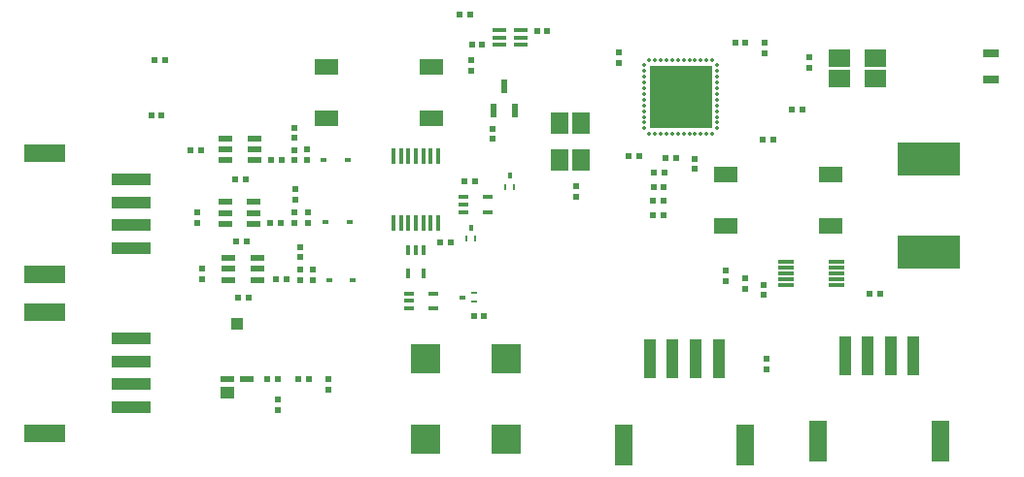
<source format=gbr>
%TF.GenerationSoftware,Altium Limited,Altium Designer,24.10.1 (45)*%
G04 Layer_Color=8421504*
%FSLAX45Y45*%
%MOMM*%
%TF.SameCoordinates,2EBBFB3B-01A8-4DF5-8D17-AA19E7DB42BB*%
%TF.FilePolarity,Positive*%
%TF.FileFunction,Paste,Top*%
%TF.Part,Single*%
G01*
G75*
%TA.AperFunction,SMDPad,CuDef*%
%ADD10R,2.10000X1.40000*%
%ADD11R,0.55000X0.55000*%
%ADD12R,1.00000X1.00000*%
%ADD13R,1.25000X0.50000*%
%ADD14R,1.25000X1.00000*%
%ADD15R,0.62000X0.62000*%
%ADD16R,0.62000X0.62000*%
%ADD17R,1.50000X3.60000*%
%ADD18R,1.00000X3.40000*%
%ADD19R,1.40000X0.30000*%
%ADD20R,5.50000X2.95000*%
%ADD21O,0.35000X0.50000*%
%ADD22O,0.50000X0.35000*%
%ADD23R,5.40000X5.40000*%
%ADD24R,1.20000X0.40000*%
%ADD25R,0.55000X0.55000*%
%ADD26R,0.60000X1.25000*%
%ADD27R,1.90000X1.50000*%
%ADD28R,1.50000X1.90000*%
%ADD29R,1.45000X0.75000*%
%ADD30R,2.50000X2.50000*%
%ADD31R,1.20000X0.60000*%
%ADD32R,0.60000X0.46000*%
%ADD33R,0.28000X0.50000*%
%ADD34R,0.36000X0.50000*%
%ADD35R,0.85000X0.40000*%
%ADD36R,0.45000X1.47500*%
%ADD37R,0.40000X0.85000*%
%ADD38R,0.50000X0.36000*%
%ADD39R,0.50000X0.28000*%
%ADD40R,3.60000X1.50000*%
%ADD41R,3.40000X1.00000*%
D10*
X9755002Y5335001D02*
D03*
X8845001D02*
D03*
X9755002Y4884999D02*
D03*
X8845001D02*
D03*
X5365003Y5825002D02*
D03*
X6275004D02*
D03*
X5365003Y6275004D02*
D03*
X6275004D02*
D03*
D11*
X5130002Y4609998D02*
D03*
Y4700001D02*
D03*
X9010000Y4425000D02*
D03*
Y4334998D02*
D03*
X9169999Y4369999D02*
D03*
Y4280002D02*
D03*
X8840003Y4489999D02*
D03*
Y4400001D02*
D03*
X8570001Y5379999D02*
D03*
Y5470002D02*
D03*
X9180000Y6479997D02*
D03*
Y6390000D02*
D03*
X9570002Y6265001D02*
D03*
Y6354999D02*
D03*
X7540000Y5139998D02*
D03*
Y5230000D02*
D03*
X6812885Y5732861D02*
D03*
Y5642859D02*
D03*
X5084542Y4908499D02*
D03*
Y4998502D02*
D03*
X5090002Y5115003D02*
D03*
Y5205000D02*
D03*
X5080803Y5455498D02*
D03*
Y5545501D02*
D03*
Y5651800D02*
D03*
Y5741802D02*
D03*
X5130002Y4500001D02*
D03*
Y4409999D02*
D03*
D12*
X4582500Y4025001D02*
D03*
D13*
X4494997Y3550001D02*
D03*
X4669998D02*
D03*
D14*
X4494997Y3424997D02*
D03*
D15*
X5240000Y4502003D02*
D03*
Y4409999D02*
D03*
X4940000Y3277997D02*
D03*
Y3370001D02*
D03*
X5379999Y3545997D02*
D03*
Y3453999D02*
D03*
X9200002Y3633998D02*
D03*
Y3726002D02*
D03*
X7910002Y6304001D02*
D03*
Y6395999D02*
D03*
X6622882Y6333861D02*
D03*
Y6241857D02*
D03*
X4232102Y5000498D02*
D03*
Y4908499D02*
D03*
X5204963Y5000498D02*
D03*
Y4908499D02*
D03*
X5195103Y5553400D02*
D03*
Y5461401D02*
D03*
X4280002Y4418000D02*
D03*
Y4509999D02*
D03*
D16*
X5114000Y3550001D02*
D03*
X5205999D02*
D03*
X4940000D02*
D03*
X4848001D02*
D03*
X10185999Y4289999D02*
D03*
X10094001D02*
D03*
X8410001Y5476276D02*
D03*
X8318002D02*
D03*
X9418001Y5900000D02*
D03*
X9510000D02*
D03*
X9164000Y5639999D02*
D03*
X9255999D02*
D03*
X8299999Y5100000D02*
D03*
X8208000D02*
D03*
X8299999Y4974575D02*
D03*
X8208000D02*
D03*
X8213999Y5350850D02*
D03*
X8305998D02*
D03*
X7997998Y5490002D02*
D03*
X8090002D02*
D03*
X6628882Y6463284D02*
D03*
X6720886D02*
D03*
X8212003Y5225425D02*
D03*
X8304002D02*
D03*
X4656902Y5291501D02*
D03*
X4564898D02*
D03*
X4663902Y4751974D02*
D03*
X4571898D02*
D03*
X4873112Y4908499D02*
D03*
X4965116D02*
D03*
X4877603Y5456601D02*
D03*
X4969601D02*
D03*
X4179900Y5541498D02*
D03*
X4271899D02*
D03*
X4589800Y4254698D02*
D03*
X4681799D02*
D03*
X5016800Y4419798D02*
D03*
X4924801D02*
D03*
D17*
X10710001Y2999999D02*
D03*
X9649998D02*
D03*
X9010000Y2970002D02*
D03*
X7950002D02*
D03*
D18*
X10479999Y3750000D02*
D03*
X10280000D02*
D03*
X10080000D02*
D03*
X9880001D02*
D03*
X8779998Y3720003D02*
D03*
X8579998D02*
D03*
X8379998D02*
D03*
X8179999D02*
D03*
D19*
X9369257Y4569998D02*
D03*
Y4520001D02*
D03*
Y4469999D02*
D03*
Y4420001D02*
D03*
Y4369999D02*
D03*
X9809256D02*
D03*
Y4420001D02*
D03*
Y4469999D02*
D03*
Y4520001D02*
D03*
Y4569998D02*
D03*
D20*
X10610002Y5464998D02*
D03*
Y4655002D02*
D03*
D21*
X8175000Y5690428D02*
D03*
X8225003D02*
D03*
X8275000D02*
D03*
X8325002D02*
D03*
X8375000D02*
D03*
X8425002D02*
D03*
X8475000D02*
D03*
X8525002D02*
D03*
X8574999D02*
D03*
X8625002D02*
D03*
X8674999D02*
D03*
X8725002D02*
D03*
Y6330427D02*
D03*
X8674999D02*
D03*
X8625002D02*
D03*
X8574999D02*
D03*
X8525002D02*
D03*
X8475000D02*
D03*
X8425002D02*
D03*
X8375000D02*
D03*
X8325002D02*
D03*
X8275000D02*
D03*
X8225003D02*
D03*
X8175000D02*
D03*
D22*
X8770000Y5735427D02*
D03*
Y5785424D02*
D03*
Y5835426D02*
D03*
Y5885424D02*
D03*
Y5935426D02*
D03*
Y5985424D02*
D03*
Y6035426D02*
D03*
Y6085423D02*
D03*
Y6135426D02*
D03*
Y6185428D02*
D03*
Y6235426D02*
D03*
Y6285428D02*
D03*
X8130002D02*
D03*
Y6235426D02*
D03*
Y6185428D02*
D03*
Y6135426D02*
D03*
Y6085423D02*
D03*
Y6035426D02*
D03*
Y5985424D02*
D03*
Y5935426D02*
D03*
Y5885424D02*
D03*
Y5835426D02*
D03*
Y5785424D02*
D03*
Y5735427D02*
D03*
D23*
X8450001Y6010427D02*
D03*
D24*
X6867296Y6462857D02*
D03*
Y6527861D02*
D03*
Y6592860D02*
D03*
X7057299D02*
D03*
Y6527861D02*
D03*
Y6462857D02*
D03*
D25*
X6612885Y6727861D02*
D03*
X6522883D02*
D03*
X7287885Y6587861D02*
D03*
X7197882D02*
D03*
X9014999Y6480002D02*
D03*
X8925002D02*
D03*
X6565001Y5270002D02*
D03*
X6654998D02*
D03*
X6645001Y4100002D02*
D03*
X6734998D02*
D03*
X6445001Y4740001D02*
D03*
X6354999D02*
D03*
X3925001Y5850001D02*
D03*
X3834999D02*
D03*
X3954998Y6330000D02*
D03*
X3865001D02*
D03*
D26*
X6817385Y5892861D02*
D03*
X7008383D02*
D03*
X6912884Y6102858D02*
D03*
D27*
X10149998Y6167498D02*
D03*
X9829999D02*
D03*
X10149998Y6352502D02*
D03*
X9829999D02*
D03*
D28*
X7582499Y5779999D02*
D03*
Y5459999D02*
D03*
X7397501Y5779999D02*
D03*
Y5459999D02*
D03*
D29*
X11156914Y6159998D02*
D03*
Y6390000D02*
D03*
D30*
X6230000Y3019999D02*
D03*
Y3719998D02*
D03*
X6929999Y3019999D02*
D03*
Y3719998D02*
D03*
D31*
X4728530Y4902398D02*
D03*
Y4997399D02*
D03*
Y5092400D02*
D03*
X4478528D02*
D03*
Y4997399D02*
D03*
Y4902398D02*
D03*
X4733900Y5456601D02*
D03*
Y5551602D02*
D03*
Y5646603D02*
D03*
X4483903D02*
D03*
Y5551602D02*
D03*
Y5456601D02*
D03*
X4510801Y4413702D02*
D03*
Y4508698D02*
D03*
Y4603699D02*
D03*
X4760798D02*
D03*
Y4508698D02*
D03*
Y4413702D02*
D03*
D32*
X5564998Y4920000D02*
D03*
X5355001D02*
D03*
X5544998Y5459999D02*
D03*
X5335001D02*
D03*
X5595000Y4409999D02*
D03*
X5384998D02*
D03*
D33*
X6920001Y5220000D02*
D03*
X7000001D02*
D03*
X6660002Y4769998D02*
D03*
X6580002D02*
D03*
D34*
X6960001Y5320000D02*
D03*
X6620002Y4869998D02*
D03*
D35*
X6554998Y5135001D02*
D03*
Y5070003D02*
D03*
Y5004999D02*
D03*
X6765000D02*
D03*
Y5135001D02*
D03*
X6085002Y4295003D02*
D03*
Y4229999D02*
D03*
Y4165001D02*
D03*
X6294999D02*
D03*
Y4295003D02*
D03*
D36*
X5945002Y4906198D02*
D03*
X6010001D02*
D03*
X6074999D02*
D03*
X6139998D02*
D03*
X6205002D02*
D03*
X6270000D02*
D03*
X6334999D02*
D03*
Y5493802D02*
D03*
X6270000D02*
D03*
X6205002D02*
D03*
X6139998D02*
D03*
X6074999D02*
D03*
X6010001D02*
D03*
X5945002D02*
D03*
D37*
X6205002Y4675002D02*
D03*
X6139998D02*
D03*
X6074999D02*
D03*
Y4465000D02*
D03*
X6205002D02*
D03*
D38*
X6550000Y4260002D02*
D03*
D39*
X6649999Y4300002D02*
D03*
Y4220002D02*
D03*
D40*
X2910002Y4460001D02*
D03*
Y5519999D02*
D03*
Y3070001D02*
D03*
Y4129999D02*
D03*
D41*
X3659998Y4689998D02*
D03*
Y4889998D02*
D03*
Y5090003D02*
D03*
Y5290002D02*
D03*
Y3299998D02*
D03*
Y3499998D02*
D03*
Y3700003D02*
D03*
Y3900002D02*
D03*
%TF.MD5,59238d688cf0124bde6e7898a8664204*%
M02*

</source>
